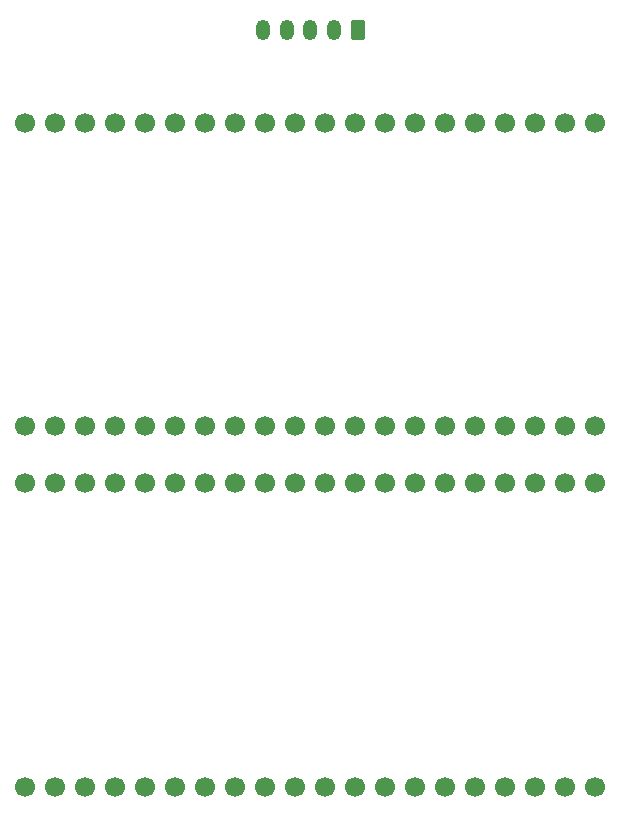
<source format=gbr>
%TF.GenerationSoftware,KiCad,Pcbnew,8.0.5*%
%TF.CreationDate,2025-03-06T00:50:31-05:00*%
%TF.ProjectId,CanSat_Camera_Board,43616e53-6174-45f4-9361-6d6572615f42,rev?*%
%TF.SameCoordinates,Original*%
%TF.FileFunction,Soldermask,Bot*%
%TF.FilePolarity,Negative*%
%FSLAX46Y46*%
G04 Gerber Fmt 4.6, Leading zero omitted, Abs format (unit mm)*
G04 Created by KiCad (PCBNEW 8.0.5) date 2025-03-06 00:50:31*
%MOMM*%
%LPD*%
G01*
G04 APERTURE LIST*
G04 Aperture macros list*
%AMRoundRect*
0 Rectangle with rounded corners*
0 $1 Rounding radius*
0 $2 $3 $4 $5 $6 $7 $8 $9 X,Y pos of 4 corners*
0 Add a 4 corners polygon primitive as box body*
4,1,4,$2,$3,$4,$5,$6,$7,$8,$9,$2,$3,0*
0 Add four circle primitives for the rounded corners*
1,1,$1+$1,$2,$3*
1,1,$1+$1,$4,$5*
1,1,$1+$1,$6,$7*
1,1,$1+$1,$8,$9*
0 Add four rect primitives between the rounded corners*
20,1,$1+$1,$2,$3,$4,$5,0*
20,1,$1+$1,$4,$5,$6,$7,0*
20,1,$1+$1,$6,$7,$8,$9,0*
20,1,$1+$1,$8,$9,$2,$3,0*%
G04 Aperture macros list end*
%ADD10C,1.700000*%
%ADD11RoundRect,0.250000X0.350000X0.625000X-0.350000X0.625000X-0.350000X-0.625000X0.350000X-0.625000X0*%
%ADD12O,1.200000X1.750000*%
G04 APERTURE END LIST*
D10*
%TO.C,Camera2*%
X174100000Y-103400000D03*
X171560000Y-103400000D03*
X169020000Y-103400000D03*
X166480000Y-103400000D03*
X163940000Y-103400000D03*
X161400000Y-103400000D03*
X158860000Y-103400000D03*
X156320000Y-103400000D03*
X153780000Y-103400000D03*
X151240000Y-103400000D03*
X148700000Y-103400000D03*
X146160000Y-103400000D03*
X143620000Y-103400000D03*
X141080000Y-103400000D03*
X138540000Y-103400000D03*
X136000000Y-103400000D03*
X133460000Y-103400000D03*
X130920000Y-103400000D03*
X128380000Y-103400000D03*
X125840000Y-103400000D03*
X174100000Y-129100000D03*
X171560000Y-129100000D03*
X169020000Y-129100000D03*
X166480000Y-129100000D03*
X163940000Y-129100000D03*
X161400000Y-129100000D03*
X158860000Y-129100000D03*
X156320000Y-129100000D03*
X153780000Y-129100000D03*
X151240000Y-129100000D03*
X148700000Y-129100000D03*
X146160000Y-129100000D03*
X143620000Y-129100000D03*
X141080000Y-129100000D03*
X138540000Y-129100000D03*
X136000000Y-129100000D03*
X133460000Y-129100000D03*
X130920000Y-129100000D03*
X128380000Y-129100000D03*
X125840000Y-129100000D03*
%TD*%
%TO.C,Camera1*%
X174080000Y-72900000D03*
X171540000Y-72900000D03*
X169000000Y-72900000D03*
X166460000Y-72900000D03*
X163920000Y-72900000D03*
X161380000Y-72900000D03*
X158840000Y-72900000D03*
X156300000Y-72900000D03*
X153760000Y-72900000D03*
X151220000Y-72900000D03*
X148680000Y-72900000D03*
X146140000Y-72900000D03*
X143600000Y-72900000D03*
X141060000Y-72900000D03*
X138520000Y-72900000D03*
X135980000Y-72900000D03*
X133440000Y-72900000D03*
X130900000Y-72900000D03*
X128360000Y-72900000D03*
X125820000Y-72900000D03*
X174080000Y-98600000D03*
X171540000Y-98600000D03*
X169000000Y-98600000D03*
X166460000Y-98600000D03*
X163920000Y-98600000D03*
X161380000Y-98600000D03*
X158840000Y-98600000D03*
X156300000Y-98600000D03*
X153760000Y-98600000D03*
X151220000Y-98600000D03*
X148680000Y-98600000D03*
X146140000Y-98600000D03*
X143600000Y-98600000D03*
X141060000Y-98600000D03*
X138520000Y-98600000D03*
X135980000Y-98600000D03*
X133440000Y-98600000D03*
X130900000Y-98600000D03*
X128360000Y-98600000D03*
X125820000Y-98600000D03*
%TD*%
D11*
%TO.C,Sensor_Board_Connector1*%
X154000000Y-65050000D03*
D12*
X152000000Y-65050000D03*
X150000000Y-65050000D03*
X148000000Y-65050000D03*
X146000000Y-65050000D03*
%TD*%
M02*

</source>
